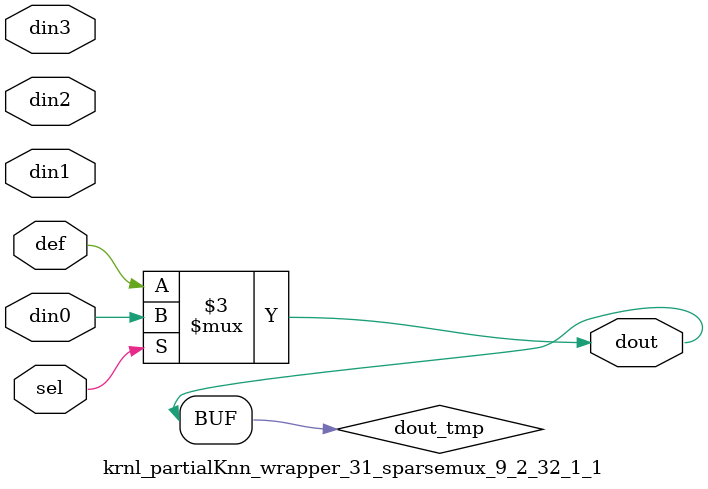
<source format=v>
`timescale 1ns / 1ps

module krnl_partialKnn_wrapper_31_sparsemux_9_2_32_1_1 (din0,din1,din2,din3,def,sel,dout);

parameter din0_WIDTH = 1;

parameter din1_WIDTH = 1;

parameter din2_WIDTH = 1;

parameter din3_WIDTH = 1;

parameter def_WIDTH = 1;
parameter sel_WIDTH = 1;
parameter dout_WIDTH = 1;

parameter [sel_WIDTH-1:0] CASE0 = 1;

parameter [sel_WIDTH-1:0] CASE1 = 1;

parameter [sel_WIDTH-1:0] CASE2 = 1;

parameter [sel_WIDTH-1:0] CASE3 = 1;

parameter ID = 1;
parameter NUM_STAGE = 1;



input [din0_WIDTH-1:0] din0;

input [din1_WIDTH-1:0] din1;

input [din2_WIDTH-1:0] din2;

input [din3_WIDTH-1:0] din3;

input [def_WIDTH-1:0] def;
input [sel_WIDTH-1:0] sel;

output [dout_WIDTH-1:0] dout;



reg [dout_WIDTH-1:0] dout_tmp;

always @ (*) begin
case (sel)
    
    CASE0 : dout_tmp = din0;
    
    CASE1 : dout_tmp = din1;
    
    CASE2 : dout_tmp = din2;
    
    CASE3 : dout_tmp = din3;
    
    default : dout_tmp = def;
endcase
end


assign dout = dout_tmp;



endmodule

</source>
